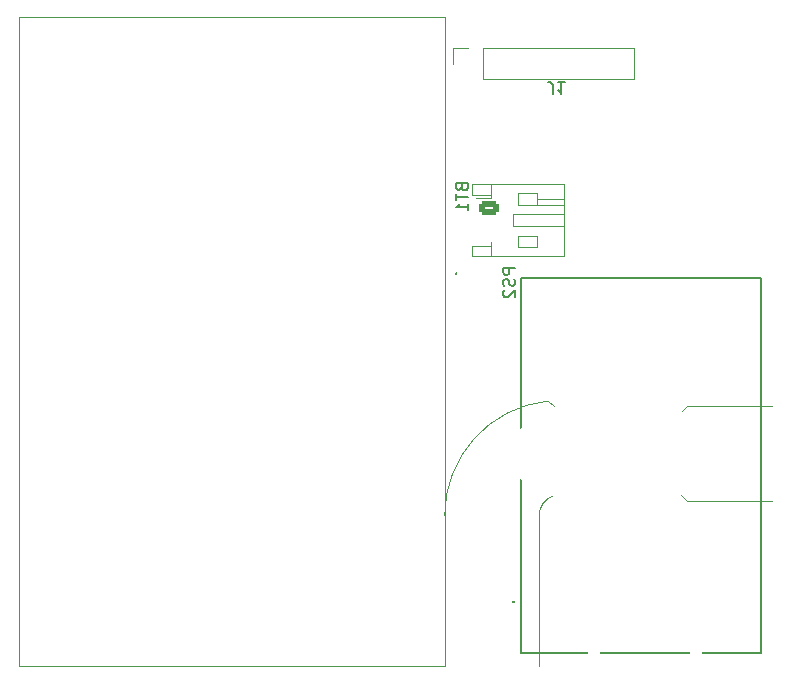
<source format=gbr>
%TF.GenerationSoftware,KiCad,Pcbnew,9.0.2*%
%TF.CreationDate,2025-12-06T18:07:06+09:00*%
%TF.ProjectId,ECG,4543472e-6b69-4636-9164-5f7063625858,rev?*%
%TF.SameCoordinates,Original*%
%TF.FileFunction,Legend,Bot*%
%TF.FilePolarity,Positive*%
%FSLAX46Y46*%
G04 Gerber Fmt 4.6, Leading zero omitted, Abs format (unit mm)*
G04 Created by KiCad (PCBNEW 9.0.2) date 2025-12-06 18:07:06*
%MOMM*%
%LPD*%
G01*
G04 APERTURE LIST*
G04 Aperture macros list*
%AMRoundRect*
0 Rectangle with rounded corners*
0 $1 Rounding radius*
0 $2 $3 $4 $5 $6 $7 $8 $9 X,Y pos of 4 corners*
0 Add a 4 corners polygon primitive as box body*
4,1,4,$2,$3,$4,$5,$6,$7,$8,$9,$2,$3,0*
0 Add four circle primitives for the rounded corners*
1,1,$1+$1,$2,$3*
1,1,$1+$1,$4,$5*
1,1,$1+$1,$6,$7*
1,1,$1+$1,$8,$9*
0 Add four rect primitives between the rounded corners*
20,1,$1+$1,$2,$3,$4,$5,0*
20,1,$1+$1,$4,$5,$6,$7,0*
20,1,$1+$1,$6,$7,$8,$9,0*
20,1,$1+$1,$8,$9,$2,$3,0*%
G04 Aperture macros list end*
%ADD10C,0.100000*%
%ADD11C,0.160000*%
%ADD12C,0.120000*%
%ADD13C,0.200000*%
%ADD14C,3.550000*%
%ADD15RoundRect,0.262500X-0.612500X-0.612500X0.612500X-0.612500X0.612500X0.612500X-0.612500X0.612500X0*%
%ADD16C,0.650000*%
%ADD17O,1.000000X2.100000*%
%ADD18O,1.000000X1.600000*%
%ADD19R,1.700000X1.700000*%
%ADD20O,1.700000X1.700000*%
%ADD21C,1.320000*%
%ADD22C,1.200000*%
%ADD23RoundRect,0.250000X-0.625000X0.350000X-0.625000X-0.350000X0.625000X-0.350000X0.625000X0.350000X0*%
%ADD24O,1.750000X1.200000*%
G04 APERTURE END LIST*
D10*
X172250000Y-107750000D02*
G75*
G02*
X181005219Y-98050881I9750000J0D01*
G01*
X172250000Y-120500000D02*
X172250000Y-107750000D01*
X192750000Y-98500000D02*
X200000000Y-98500000D01*
X136250000Y-65500000D02*
X172250000Y-65500000D01*
X172250000Y-120500000D01*
X136250000Y-120500000D01*
X136250000Y-65500000D01*
X180250000Y-107750000D02*
X180250000Y-120500000D01*
X192750000Y-106500000D02*
X192250000Y-106000000D01*
X181500000Y-98500000D02*
X181005219Y-98050881D01*
X200000000Y-106500000D02*
X192750000Y-106500000D01*
X192250000Y-99000000D02*
X192750000Y-98500000D01*
X180250001Y-107750000D02*
G75*
G02*
X181446602Y-106089805I1749999J0D01*
G01*
D11*
X181416665Y-72045700D02*
X181416665Y-71331415D01*
X181416665Y-71331415D02*
X181369046Y-71188558D01*
X181369046Y-71188558D02*
X181273808Y-71093320D01*
X181273808Y-71093320D02*
X181130951Y-71045700D01*
X181130951Y-71045700D02*
X181035713Y-71045700D01*
X182416665Y-71045700D02*
X181845237Y-71045700D01*
X182130951Y-71045700D02*
X182130951Y-72045700D01*
X182130951Y-72045700D02*
X182035713Y-71902843D01*
X182035713Y-71902843D02*
X181940475Y-71807605D01*
X181940475Y-71807605D02*
X181845237Y-71759986D01*
X178204299Y-86785714D02*
X177204299Y-86785714D01*
X177204299Y-86785714D02*
X177204299Y-87166666D01*
X177204299Y-87166666D02*
X177251918Y-87261904D01*
X177251918Y-87261904D02*
X177299537Y-87309523D01*
X177299537Y-87309523D02*
X177394775Y-87357142D01*
X177394775Y-87357142D02*
X177537632Y-87357142D01*
X177537632Y-87357142D02*
X177632870Y-87309523D01*
X177632870Y-87309523D02*
X177680489Y-87261904D01*
X177680489Y-87261904D02*
X177728108Y-87166666D01*
X177728108Y-87166666D02*
X177728108Y-86785714D01*
X178156680Y-87738095D02*
X178204299Y-87880952D01*
X178204299Y-87880952D02*
X178204299Y-88119047D01*
X178204299Y-88119047D02*
X178156680Y-88214285D01*
X178156680Y-88214285D02*
X178109060Y-88261904D01*
X178109060Y-88261904D02*
X178013822Y-88309523D01*
X178013822Y-88309523D02*
X177918584Y-88309523D01*
X177918584Y-88309523D02*
X177823346Y-88261904D01*
X177823346Y-88261904D02*
X177775727Y-88214285D01*
X177775727Y-88214285D02*
X177728108Y-88119047D01*
X177728108Y-88119047D02*
X177680489Y-87928571D01*
X177680489Y-87928571D02*
X177632870Y-87833333D01*
X177632870Y-87833333D02*
X177585251Y-87785714D01*
X177585251Y-87785714D02*
X177490013Y-87738095D01*
X177490013Y-87738095D02*
X177394775Y-87738095D01*
X177394775Y-87738095D02*
X177299537Y-87785714D01*
X177299537Y-87785714D02*
X177251918Y-87833333D01*
X177251918Y-87833333D02*
X177204299Y-87928571D01*
X177204299Y-87928571D02*
X177204299Y-88166666D01*
X177204299Y-88166666D02*
X177251918Y-88309523D01*
X177299537Y-88690476D02*
X177251918Y-88738095D01*
X177251918Y-88738095D02*
X177204299Y-88833333D01*
X177204299Y-88833333D02*
X177204299Y-89071428D01*
X177204299Y-89071428D02*
X177251918Y-89166666D01*
X177251918Y-89166666D02*
X177299537Y-89214285D01*
X177299537Y-89214285D02*
X177394775Y-89261904D01*
X177394775Y-89261904D02*
X177490013Y-89261904D01*
X177490013Y-89261904D02*
X177632870Y-89214285D01*
X177632870Y-89214285D02*
X178204299Y-88642857D01*
X178204299Y-88642857D02*
X178204299Y-89261904D01*
X173680489Y-79964285D02*
X173728108Y-80107142D01*
X173728108Y-80107142D02*
X173775727Y-80154761D01*
X173775727Y-80154761D02*
X173870965Y-80202380D01*
X173870965Y-80202380D02*
X174013822Y-80202380D01*
X174013822Y-80202380D02*
X174109060Y-80154761D01*
X174109060Y-80154761D02*
X174156680Y-80107142D01*
X174156680Y-80107142D02*
X174204299Y-80011904D01*
X174204299Y-80011904D02*
X174204299Y-79630952D01*
X174204299Y-79630952D02*
X173204299Y-79630952D01*
X173204299Y-79630952D02*
X173204299Y-79964285D01*
X173204299Y-79964285D02*
X173251918Y-80059523D01*
X173251918Y-80059523D02*
X173299537Y-80107142D01*
X173299537Y-80107142D02*
X173394775Y-80154761D01*
X173394775Y-80154761D02*
X173490013Y-80154761D01*
X173490013Y-80154761D02*
X173585251Y-80107142D01*
X173585251Y-80107142D02*
X173632870Y-80059523D01*
X173632870Y-80059523D02*
X173680489Y-79964285D01*
X173680489Y-79964285D02*
X173680489Y-79630952D01*
X173204299Y-80488095D02*
X173204299Y-81059523D01*
X174204299Y-80773809D02*
X173204299Y-80773809D01*
X174204299Y-81916666D02*
X174204299Y-81345238D01*
X174204299Y-81630952D02*
X173204299Y-81630952D01*
X173204299Y-81630952D02*
X173347156Y-81535714D01*
X173347156Y-81535714D02*
X173442394Y-81440476D01*
X173442394Y-81440476D02*
X173490013Y-81345238D01*
D12*
%TO.C,J1*%
X172920000Y-68170000D02*
X172920000Y-69500000D01*
X174250000Y-68170000D02*
X172920000Y-68170000D01*
X175520001Y-68170000D02*
X175520001Y-70830000D01*
X175520001Y-68170000D02*
X188280000Y-68170000D01*
X175520001Y-70830000D02*
X188280000Y-70830000D01*
X188280000Y-68170000D02*
X188280000Y-70830000D01*
D13*
%TO.C,TH1*%
X173250000Y-87200000D02*
X173250000Y-87200000D01*
X173250000Y-87300000D02*
X173250000Y-87300000D01*
X173250000Y-87300000D02*
X173250000Y-87300000D01*
X173250000Y-87200000D02*
G75*
G02*
X173250000Y-87300000I0J-50000D01*
G01*
X173250000Y-87300000D02*
G75*
G02*
X173250000Y-87200000I0J50000D01*
G01*
X173250000Y-87300000D02*
G75*
G02*
X173250000Y-87200000I0J50000D01*
G01*
%TO.C,PS2*%
X178025000Y-115055000D02*
X178025000Y-115055000D01*
X178025000Y-115055000D02*
X178025000Y-115055000D01*
X178125000Y-115055000D02*
X178125000Y-115055000D01*
X178685000Y-87625000D02*
X199045000Y-87625000D01*
X178685000Y-119375000D02*
X178685000Y-87625000D01*
X199045000Y-87625000D02*
X199045000Y-119375000D01*
X199045000Y-119375000D02*
X178685000Y-119375000D01*
X178025000Y-115055000D02*
G75*
G02*
X178125000Y-115055000I50000J0D01*
G01*
X178025000Y-115055000D02*
G75*
G02*
X178125000Y-115055000I50000J0D01*
G01*
X178125000Y-115055000D02*
G75*
G02*
X178025000Y-115055000I-50000J0D01*
G01*
D12*
%TO.C,BT1*%
X174540000Y-79689999D02*
X182360000Y-79689999D01*
X174540000Y-80609999D02*
X174540000Y-79689999D01*
X174540000Y-84889999D02*
X176140000Y-84889999D01*
X174540001Y-85809999D02*
X174540000Y-84889999D01*
X176139999Y-85809999D02*
X176140000Y-84889999D01*
X176140000Y-79689999D02*
X176140000Y-80609999D01*
X176140000Y-80609999D02*
X174540000Y-80609999D01*
X176140000Y-80889999D02*
X174925000Y-80889999D01*
X176140000Y-80889999D02*
X176140000Y-80609999D01*
X176140000Y-84889999D02*
X176140000Y-84609998D01*
X178000000Y-82249999D02*
X178000000Y-83249999D01*
X178000000Y-83249999D02*
X182360000Y-83249999D01*
X178500000Y-80449999D02*
X180100000Y-80449999D01*
X178500000Y-81449999D02*
X178500000Y-80449999D01*
X178500000Y-84050000D02*
X178500000Y-85049998D01*
X178500000Y-85049998D02*
X180100000Y-85049999D01*
X180100000Y-80449999D02*
X180100000Y-81449999D01*
X180100000Y-80949999D02*
X182360001Y-80949999D01*
X180100000Y-81449999D02*
X178500000Y-81449999D01*
X180100000Y-81449999D02*
X182360000Y-81449999D01*
X180100000Y-84049999D02*
X178500000Y-84050000D01*
X180100000Y-85049999D02*
X180100000Y-84049999D01*
X182360000Y-79689999D02*
X182360001Y-85809999D01*
X182360001Y-82249999D02*
X178000000Y-82249999D01*
X182360001Y-85809999D02*
X174540001Y-85809999D01*
%TD*%
%LPC*%
D10*
X181500000Y-99017767D02*
X191964466Y-99017767D01*
X191964466Y-106017767D01*
X181500000Y-106017767D01*
X181500000Y-99017767D01*
G36*
X181500000Y-99017767D02*
G01*
X191964466Y-99017767D01*
X191964466Y-106017767D01*
X181500000Y-106017767D01*
X181500000Y-99017767D01*
G37*
D14*
X183275000Y-102517767D02*
G75*
G02*
X179725000Y-102517767I-1775000J0D01*
G01*
X179725000Y-102517767D02*
G75*
G02*
X183275000Y-102517767I1775000J0D01*
G01*
X193757233Y-102500000D02*
G75*
G02*
X190207233Y-102500000I-1775000J0D01*
G01*
X190207233Y-102500000D02*
G75*
G02*
X193757233Y-102500000I1775000J0D01*
G01*
D15*
%TO.C,TP3*%
X133675000Y-81175000D03*
%TD*%
%TO.C,TP7*%
X133675000Y-96175000D03*
%TD*%
%TO.C,TP5*%
X133675000Y-88675000D03*
%TD*%
%TO.C,TP10*%
X133675000Y-107425000D03*
%TD*%
%TO.C,TP2*%
X133675000Y-77425000D03*
%TD*%
%TO.C,TP11*%
X133675000Y-111425000D03*
%TD*%
%TO.C,TP4*%
X133675000Y-84925000D03*
%TD*%
%TO.C,TP6*%
X133675000Y-92425000D03*
%TD*%
%TO.C,TP9*%
X133675000Y-103675000D03*
%TD*%
%TO.C,TP1*%
X133675000Y-73675000D03*
%TD*%
%TO.C,TP8*%
X133675000Y-99925000D03*
%TD*%
D16*
%TO.C,J2*%
X186360000Y-115900000D03*
X192140000Y-115900000D03*
D17*
X184930000Y-115370000D03*
D18*
X184930000Y-119550000D03*
D17*
X193570000Y-115370000D03*
D18*
X193570000Y-119550000D03*
%TD*%
D19*
%TO.C,J1*%
X174250000Y-69500000D03*
D20*
X176790000Y-69500000D03*
X179329999Y-69500000D03*
X181870000Y-69500000D03*
X184410000Y-69500000D03*
X186950000Y-69500000D03*
%TD*%
D21*
%TO.C,TH1*%
X173250000Y-85400000D03*
X173250000Y-83600000D03*
%TD*%
D22*
%TO.C,PS2*%
X181225000Y-115055000D03*
X181225000Y-112515000D03*
X181225000Y-94735000D03*
X196465000Y-92195000D03*
X196465000Y-97275000D03*
X196465000Y-112515000D03*
X196465000Y-115055000D03*
%TD*%
D23*
%TO.C,BT1*%
X176000000Y-81749999D03*
D24*
X176000000Y-83750000D03*
%TD*%
%LPD*%
M02*

</source>
